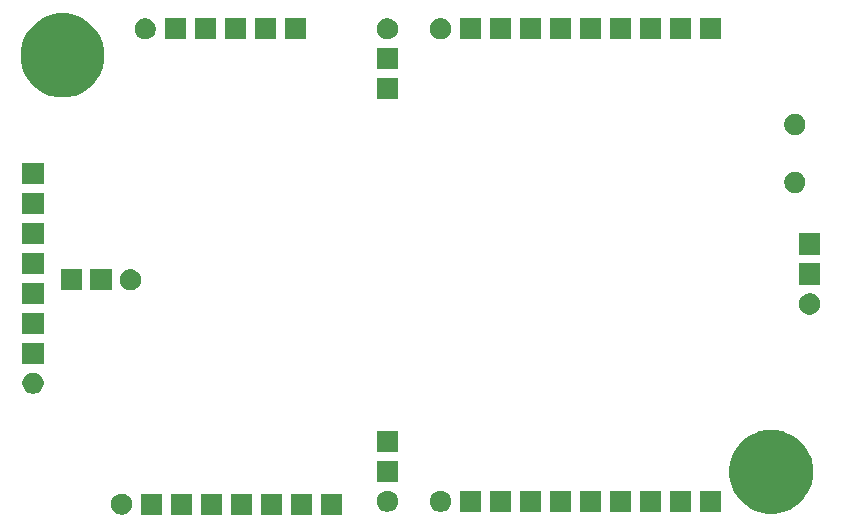
<source format=gbr>
G04 #@! TF.GenerationSoftware,KiCad,Pcbnew,(5.0.0-3-g5ebb6b6)*
G04 #@! TF.CreationDate,2019-02-10T22:36:41+03:00*
G04 #@! TF.ProjectId,mac,6D61632E6B696361645F706362000000,rev?*
G04 #@! TF.SameCoordinates,Original*
G04 #@! TF.FileFunction,Soldermask,Bot*
G04 #@! TF.FilePolarity,Negative*
%FSLAX46Y46*%
G04 Gerber Fmt 4.6, Leading zero omitted, Abs format (unit mm)*
G04 Created by KiCad (PCBNEW (5.0.0-3-g5ebb6b6)) date *
%MOMM*%
%LPD*%
G01*
G04 APERTURE LIST*
%ADD10C,0.100000*%
G04 APERTURE END LIST*
D10*
G36*
X106180000Y-101150000D02*
X104380000Y-101150000D01*
X104380000Y-99350000D01*
X106180000Y-99350000D01*
X106180000Y-101150000D01*
X106180000Y-101150000D01*
G37*
G36*
X103640000Y-101150000D02*
X101840000Y-101150000D01*
X101840000Y-99350000D01*
X103640000Y-99350000D01*
X103640000Y-101150000D01*
X103640000Y-101150000D01*
G37*
G36*
X101100000Y-101150000D02*
X99300000Y-101150000D01*
X99300000Y-99350000D01*
X101100000Y-99350000D01*
X101100000Y-101150000D01*
X101100000Y-101150000D01*
G37*
G36*
X98560000Y-101150000D02*
X96760000Y-101150000D01*
X96760000Y-99350000D01*
X98560000Y-99350000D01*
X98560000Y-101150000D01*
X98560000Y-101150000D01*
G37*
G36*
X96020000Y-101150000D02*
X94220000Y-101150000D01*
X94220000Y-99350000D01*
X96020000Y-99350000D01*
X96020000Y-101150000D01*
X96020000Y-101150000D01*
G37*
G36*
X93480000Y-101150000D02*
X91680000Y-101150000D01*
X91680000Y-99350000D01*
X93480000Y-99350000D01*
X93480000Y-101150000D01*
X93480000Y-101150000D01*
G37*
G36*
X90940000Y-101150000D02*
X89140000Y-101150000D01*
X89140000Y-99350000D01*
X90940000Y-99350000D01*
X90940000Y-101150000D01*
X90940000Y-101150000D01*
G37*
G36*
X87762520Y-99384586D02*
X87762522Y-99384587D01*
X87762523Y-99384587D01*
X87926310Y-99452430D01*
X88073717Y-99550924D01*
X88199076Y-99676283D01*
X88297570Y-99823690D01*
X88365414Y-99987480D01*
X88385536Y-100088642D01*
X88400000Y-100161360D01*
X88400000Y-100338640D01*
X88365413Y-100512523D01*
X88310138Y-100645969D01*
X88297570Y-100676310D01*
X88199076Y-100823717D01*
X88073717Y-100949076D01*
X87926310Y-101047570D01*
X87762523Y-101115413D01*
X87762522Y-101115413D01*
X87762520Y-101115414D01*
X87588642Y-101150000D01*
X87411358Y-101150000D01*
X87237480Y-101115414D01*
X87237478Y-101115413D01*
X87237477Y-101115413D01*
X87073690Y-101047570D01*
X86926283Y-100949076D01*
X86800924Y-100823717D01*
X86702430Y-100676310D01*
X86689862Y-100645969D01*
X86634587Y-100512523D01*
X86600000Y-100338640D01*
X86600000Y-100161360D01*
X86614464Y-100088642D01*
X86634586Y-99987480D01*
X86702430Y-99823690D01*
X86800924Y-99676283D01*
X86926283Y-99550924D01*
X87073690Y-99452430D01*
X87237477Y-99384587D01*
X87237478Y-99384587D01*
X87237480Y-99384586D01*
X87411358Y-99350000D01*
X87588642Y-99350000D01*
X87762520Y-99384586D01*
X87762520Y-99384586D01*
G37*
G36*
X143535497Y-94086424D02*
X143535499Y-94086425D01*
X143535500Y-94086425D01*
X143774153Y-94185279D01*
X144181556Y-94354031D01*
X144762993Y-94742535D01*
X145257465Y-95237007D01*
X145645969Y-95818444D01*
X145913576Y-96464503D01*
X146050000Y-97150356D01*
X146050000Y-97849644D01*
X145913576Y-98535497D01*
X145645969Y-99181556D01*
X145399166Y-99550923D01*
X145257466Y-99762992D01*
X144762992Y-100257466D01*
X144641506Y-100338640D01*
X144181556Y-100645969D01*
X144053342Y-100699077D01*
X143535500Y-100913575D01*
X143535499Y-100913575D01*
X143535497Y-100913576D01*
X142849644Y-101050000D01*
X142150356Y-101050000D01*
X141464503Y-100913576D01*
X141464501Y-100913575D01*
X141464500Y-100913575D01*
X140946658Y-100699077D01*
X140818444Y-100645969D01*
X140358494Y-100338640D01*
X140237008Y-100257466D01*
X139742534Y-99762992D01*
X139600834Y-99550923D01*
X139354031Y-99181556D01*
X139086424Y-98535497D01*
X138950000Y-97849644D01*
X138950000Y-97150356D01*
X139086424Y-96464503D01*
X139354031Y-95818444D01*
X139742535Y-95237007D01*
X140237007Y-94742535D01*
X140818444Y-94354031D01*
X141225847Y-94185279D01*
X141464500Y-94086425D01*
X141464501Y-94086425D01*
X141464503Y-94086424D01*
X142150356Y-93950000D01*
X142849644Y-93950000D01*
X143535497Y-94086424D01*
X143535497Y-94086424D01*
G37*
G36*
X120480000Y-100900000D02*
X118680000Y-100900000D01*
X118680000Y-99100000D01*
X120480000Y-99100000D01*
X120480000Y-100900000D01*
X120480000Y-100900000D01*
G37*
G36*
X117940000Y-100900000D02*
X116140000Y-100900000D01*
X116140000Y-99100000D01*
X117940000Y-99100000D01*
X117940000Y-100900000D01*
X117940000Y-100900000D01*
G37*
G36*
X114762520Y-99134586D02*
X114762522Y-99134587D01*
X114762523Y-99134587D01*
X114875913Y-99181555D01*
X114926310Y-99202430D01*
X115073717Y-99300924D01*
X115199076Y-99426283D01*
X115199077Y-99426285D01*
X115297570Y-99573690D01*
X115340066Y-99676283D01*
X115365414Y-99737480D01*
X115400000Y-99911358D01*
X115400000Y-100088642D01*
X115365414Y-100262520D01*
X115297570Y-100426310D01*
X115199076Y-100573717D01*
X115073717Y-100699076D01*
X114926310Y-100797570D01*
X114762523Y-100865413D01*
X114762522Y-100865413D01*
X114762520Y-100865414D01*
X114588642Y-100900000D01*
X114411358Y-100900000D01*
X114237480Y-100865414D01*
X114237478Y-100865413D01*
X114237477Y-100865413D01*
X114073690Y-100797570D01*
X113926283Y-100699076D01*
X113800924Y-100573717D01*
X113702430Y-100426310D01*
X113634586Y-100262520D01*
X113600000Y-100088642D01*
X113600000Y-99911358D01*
X113634586Y-99737480D01*
X113659935Y-99676283D01*
X113702430Y-99573690D01*
X113800923Y-99426285D01*
X113800924Y-99426283D01*
X113926283Y-99300924D01*
X114073690Y-99202430D01*
X114124087Y-99181555D01*
X114237477Y-99134587D01*
X114237478Y-99134587D01*
X114237480Y-99134586D01*
X114411358Y-99100000D01*
X114588642Y-99100000D01*
X114762520Y-99134586D01*
X114762520Y-99134586D01*
G37*
G36*
X110262520Y-99134586D02*
X110262522Y-99134587D01*
X110262523Y-99134587D01*
X110375913Y-99181555D01*
X110426310Y-99202430D01*
X110573717Y-99300924D01*
X110699076Y-99426283D01*
X110699077Y-99426285D01*
X110797570Y-99573690D01*
X110840066Y-99676283D01*
X110865414Y-99737480D01*
X110900000Y-99911358D01*
X110900000Y-100088642D01*
X110865414Y-100262520D01*
X110797570Y-100426310D01*
X110699076Y-100573717D01*
X110573717Y-100699076D01*
X110426310Y-100797570D01*
X110262523Y-100865413D01*
X110262522Y-100865413D01*
X110262520Y-100865414D01*
X110088642Y-100900000D01*
X109911358Y-100900000D01*
X109737480Y-100865414D01*
X109737478Y-100865413D01*
X109737477Y-100865413D01*
X109573690Y-100797570D01*
X109426283Y-100699076D01*
X109300924Y-100573717D01*
X109202430Y-100426310D01*
X109134586Y-100262520D01*
X109100000Y-100088642D01*
X109100000Y-99911358D01*
X109134586Y-99737480D01*
X109159935Y-99676283D01*
X109202430Y-99573690D01*
X109300923Y-99426285D01*
X109300924Y-99426283D01*
X109426283Y-99300924D01*
X109573690Y-99202430D01*
X109624087Y-99181555D01*
X109737477Y-99134587D01*
X109737478Y-99134587D01*
X109737480Y-99134586D01*
X109911358Y-99100000D01*
X110088642Y-99100000D01*
X110262520Y-99134586D01*
X110262520Y-99134586D01*
G37*
G36*
X138260000Y-100900000D02*
X136460000Y-100900000D01*
X136460000Y-99100000D01*
X138260000Y-99100000D01*
X138260000Y-100900000D01*
X138260000Y-100900000D01*
G37*
G36*
X135720000Y-100900000D02*
X133920000Y-100900000D01*
X133920000Y-99100000D01*
X135720000Y-99100000D01*
X135720000Y-100900000D01*
X135720000Y-100900000D01*
G37*
G36*
X133180000Y-100900000D02*
X131380000Y-100900000D01*
X131380000Y-99100000D01*
X133180000Y-99100000D01*
X133180000Y-100900000D01*
X133180000Y-100900000D01*
G37*
G36*
X130640000Y-100900000D02*
X128840000Y-100900000D01*
X128840000Y-99100000D01*
X130640000Y-99100000D01*
X130640000Y-100900000D01*
X130640000Y-100900000D01*
G37*
G36*
X128100000Y-100900000D02*
X126300000Y-100900000D01*
X126300000Y-99100000D01*
X128100000Y-99100000D01*
X128100000Y-100900000D01*
X128100000Y-100900000D01*
G37*
G36*
X125560000Y-100900000D02*
X123760000Y-100900000D01*
X123760000Y-99100000D01*
X125560000Y-99100000D01*
X125560000Y-100900000D01*
X125560000Y-100900000D01*
G37*
G36*
X123020000Y-100900000D02*
X121220000Y-100900000D01*
X121220000Y-99100000D01*
X123020000Y-99100000D01*
X123020000Y-100900000D01*
X123020000Y-100900000D01*
G37*
G36*
X110900000Y-98360000D02*
X109100000Y-98360000D01*
X109100000Y-96560000D01*
X110900000Y-96560000D01*
X110900000Y-98360000D01*
X110900000Y-98360000D01*
G37*
G36*
X110900000Y-95820000D02*
X109100000Y-95820000D01*
X109100000Y-94020000D01*
X110900000Y-94020000D01*
X110900000Y-95820000D01*
X110900000Y-95820000D01*
G37*
G36*
X80262520Y-89134586D02*
X80262522Y-89134587D01*
X80262523Y-89134587D01*
X80426310Y-89202430D01*
X80573717Y-89300924D01*
X80699076Y-89426283D01*
X80797570Y-89573690D01*
X80865414Y-89737480D01*
X80900000Y-89911358D01*
X80900000Y-90088642D01*
X80865414Y-90262520D01*
X80797570Y-90426310D01*
X80699076Y-90573717D01*
X80573717Y-90699076D01*
X80426310Y-90797570D01*
X80262523Y-90865413D01*
X80262522Y-90865413D01*
X80262520Y-90865414D01*
X80088642Y-90900000D01*
X79911358Y-90900000D01*
X79737480Y-90865414D01*
X79737478Y-90865413D01*
X79737477Y-90865413D01*
X79573690Y-90797570D01*
X79426283Y-90699076D01*
X79300924Y-90573717D01*
X79202430Y-90426310D01*
X79134586Y-90262520D01*
X79100000Y-90088642D01*
X79100000Y-89911358D01*
X79134586Y-89737480D01*
X79202430Y-89573690D01*
X79300924Y-89426283D01*
X79426283Y-89300924D01*
X79573690Y-89202430D01*
X79737477Y-89134587D01*
X79737478Y-89134587D01*
X79737480Y-89134586D01*
X79911358Y-89100000D01*
X80088642Y-89100000D01*
X80262520Y-89134586D01*
X80262520Y-89134586D01*
G37*
G36*
X80900000Y-88360000D02*
X79100000Y-88360000D01*
X79100000Y-86560000D01*
X80900000Y-86560000D01*
X80900000Y-88360000D01*
X80900000Y-88360000D01*
G37*
G36*
X80900000Y-85820000D02*
X79100000Y-85820000D01*
X79100000Y-84020000D01*
X80900000Y-84020000D01*
X80900000Y-85820000D01*
X80900000Y-85820000D01*
G37*
G36*
X146012520Y-82424586D02*
X146012522Y-82424587D01*
X146012523Y-82424587D01*
X146176310Y-82492430D01*
X146323717Y-82590924D01*
X146449076Y-82716283D01*
X146547570Y-82863690D01*
X146615414Y-83027480D01*
X146650000Y-83201358D01*
X146650000Y-83378642D01*
X146615414Y-83552520D01*
X146547570Y-83716310D01*
X146449076Y-83863717D01*
X146323717Y-83989076D01*
X146277436Y-84020000D01*
X146176310Y-84087570D01*
X146012523Y-84155413D01*
X146012522Y-84155413D01*
X146012520Y-84155414D01*
X145838642Y-84190000D01*
X145661358Y-84190000D01*
X145487480Y-84155414D01*
X145487478Y-84155413D01*
X145487477Y-84155413D01*
X145323690Y-84087570D01*
X145222564Y-84020000D01*
X145176283Y-83989076D01*
X145050924Y-83863717D01*
X144952430Y-83716310D01*
X144884586Y-83552520D01*
X144850000Y-83378642D01*
X144850000Y-83201358D01*
X144884586Y-83027480D01*
X144952430Y-82863690D01*
X145050924Y-82716283D01*
X145176283Y-82590924D01*
X145323690Y-82492430D01*
X145487477Y-82424587D01*
X145487478Y-82424587D01*
X145487480Y-82424586D01*
X145661358Y-82390000D01*
X145838642Y-82390000D01*
X146012520Y-82424586D01*
X146012520Y-82424586D01*
G37*
G36*
X80900000Y-83280000D02*
X79100000Y-83280000D01*
X79100000Y-81480000D01*
X80900000Y-81480000D01*
X80900000Y-83280000D01*
X80900000Y-83280000D01*
G37*
G36*
X88512520Y-80384586D02*
X88512522Y-80384587D01*
X88512523Y-80384587D01*
X88676310Y-80452430D01*
X88823717Y-80550924D01*
X88949076Y-80676283D01*
X89047570Y-80823690D01*
X89115414Y-80987480D01*
X89150000Y-81161358D01*
X89150000Y-81338642D01*
X89115414Y-81512520D01*
X89047570Y-81676310D01*
X88949076Y-81823717D01*
X88823717Y-81949076D01*
X88676310Y-82047570D01*
X88512523Y-82115413D01*
X88512522Y-82115413D01*
X88512520Y-82115414D01*
X88338642Y-82150000D01*
X88161358Y-82150000D01*
X87987480Y-82115414D01*
X87987478Y-82115413D01*
X87987477Y-82115413D01*
X87823690Y-82047570D01*
X87676283Y-81949076D01*
X87550924Y-81823717D01*
X87452430Y-81676310D01*
X87384586Y-81512520D01*
X87350000Y-81338642D01*
X87350000Y-81161358D01*
X87384586Y-80987480D01*
X87452430Y-80823690D01*
X87550924Y-80676283D01*
X87676283Y-80550924D01*
X87823690Y-80452430D01*
X87987477Y-80384587D01*
X87987478Y-80384587D01*
X87987480Y-80384586D01*
X88161358Y-80350000D01*
X88338642Y-80350000D01*
X88512520Y-80384586D01*
X88512520Y-80384586D01*
G37*
G36*
X86650000Y-82150000D02*
X84850000Y-82150000D01*
X84850000Y-80350000D01*
X86650000Y-80350000D01*
X86650000Y-82150000D01*
X86650000Y-82150000D01*
G37*
G36*
X84150000Y-82150000D02*
X82350000Y-82150000D01*
X82350000Y-80350000D01*
X84150000Y-80350000D01*
X84150000Y-82150000D01*
X84150000Y-82150000D01*
G37*
G36*
X146650000Y-81650000D02*
X144850000Y-81650000D01*
X144850000Y-79850000D01*
X146650000Y-79850000D01*
X146650000Y-81650000D01*
X146650000Y-81650000D01*
G37*
G36*
X80900000Y-80740000D02*
X79100000Y-80740000D01*
X79100000Y-78940000D01*
X80900000Y-78940000D01*
X80900000Y-80740000D01*
X80900000Y-80740000D01*
G37*
G36*
X146650000Y-79110000D02*
X144850000Y-79110000D01*
X144850000Y-77310000D01*
X146650000Y-77310000D01*
X146650000Y-79110000D01*
X146650000Y-79110000D01*
G37*
G36*
X80900000Y-78200000D02*
X79100000Y-78200000D01*
X79100000Y-76400000D01*
X80900000Y-76400000D01*
X80900000Y-78200000D01*
X80900000Y-78200000D01*
G37*
G36*
X80900000Y-75660000D02*
X79100000Y-75660000D01*
X79100000Y-73860000D01*
X80900000Y-73860000D01*
X80900000Y-75660000D01*
X80900000Y-75660000D01*
G37*
G36*
X144762520Y-72134586D02*
X144762522Y-72134587D01*
X144762523Y-72134587D01*
X144926310Y-72202430D01*
X145073717Y-72300924D01*
X145199076Y-72426283D01*
X145297570Y-72573690D01*
X145365414Y-72737480D01*
X145400000Y-72911358D01*
X145400000Y-73088642D01*
X145365414Y-73262520D01*
X145297570Y-73426310D01*
X145199076Y-73573717D01*
X145073717Y-73699076D01*
X144926310Y-73797570D01*
X144762523Y-73865413D01*
X144762522Y-73865413D01*
X144762520Y-73865414D01*
X144588642Y-73900000D01*
X144411358Y-73900000D01*
X144237480Y-73865414D01*
X144237478Y-73865413D01*
X144237477Y-73865413D01*
X144073690Y-73797570D01*
X143926283Y-73699076D01*
X143800924Y-73573717D01*
X143702430Y-73426310D01*
X143634586Y-73262520D01*
X143600000Y-73088642D01*
X143600000Y-72911358D01*
X143634586Y-72737480D01*
X143702430Y-72573690D01*
X143800924Y-72426283D01*
X143926283Y-72300924D01*
X144073690Y-72202430D01*
X144237477Y-72134587D01*
X144237478Y-72134587D01*
X144237480Y-72134586D01*
X144411358Y-72100000D01*
X144588642Y-72100000D01*
X144762520Y-72134586D01*
X144762520Y-72134586D01*
G37*
G36*
X80900000Y-73120000D02*
X79100000Y-73120000D01*
X79100000Y-71320000D01*
X80900000Y-71320000D01*
X80900000Y-73120000D01*
X80900000Y-73120000D01*
G37*
G36*
X144762520Y-67234586D02*
X144762522Y-67234587D01*
X144762523Y-67234587D01*
X144926310Y-67302430D01*
X145073717Y-67400924D01*
X145199076Y-67526283D01*
X145297570Y-67673690D01*
X145365414Y-67837480D01*
X145400000Y-68011358D01*
X145400000Y-68188642D01*
X145365414Y-68362520D01*
X145297570Y-68526310D01*
X145199076Y-68673717D01*
X145073717Y-68799076D01*
X144926310Y-68897570D01*
X144762523Y-68965413D01*
X144762522Y-68965413D01*
X144762520Y-68965414D01*
X144588642Y-69000000D01*
X144411358Y-69000000D01*
X144237480Y-68965414D01*
X144237478Y-68965413D01*
X144237477Y-68965413D01*
X144073690Y-68897570D01*
X143926283Y-68799076D01*
X143800924Y-68673717D01*
X143702430Y-68526310D01*
X143634586Y-68362520D01*
X143600000Y-68188642D01*
X143600000Y-68011358D01*
X143634586Y-67837480D01*
X143702430Y-67673690D01*
X143800924Y-67526283D01*
X143926283Y-67400924D01*
X144073690Y-67302430D01*
X144237477Y-67234587D01*
X144237478Y-67234587D01*
X144237480Y-67234586D01*
X144411358Y-67200000D01*
X144588642Y-67200000D01*
X144762520Y-67234586D01*
X144762520Y-67234586D01*
G37*
G36*
X110900000Y-65980000D02*
X109100000Y-65980000D01*
X109100000Y-64180000D01*
X110900000Y-64180000D01*
X110900000Y-65980000D01*
X110900000Y-65980000D01*
G37*
G36*
X83535497Y-58836424D02*
X83535499Y-58836425D01*
X83535500Y-58836425D01*
X83774153Y-58935279D01*
X84181556Y-59104031D01*
X84476227Y-59300924D01*
X84762992Y-59492534D01*
X85257466Y-59987008D01*
X85386379Y-60179941D01*
X85645969Y-60568444D01*
X85913576Y-61214503D01*
X86050000Y-61900356D01*
X86050000Y-62599644D01*
X85913576Y-63285497D01*
X85645969Y-63931556D01*
X85257465Y-64512993D01*
X84762993Y-65007465D01*
X84181556Y-65395969D01*
X83774153Y-65564721D01*
X83535500Y-65663575D01*
X83535499Y-65663575D01*
X83535497Y-65663576D01*
X82849644Y-65800000D01*
X82150356Y-65800000D01*
X81464503Y-65663576D01*
X81464501Y-65663575D01*
X81464500Y-65663575D01*
X81225847Y-65564721D01*
X80818444Y-65395969D01*
X80237007Y-65007465D01*
X79742535Y-64512993D01*
X79354031Y-63931556D01*
X79086424Y-63285497D01*
X78950000Y-62599644D01*
X78950000Y-61900356D01*
X79086424Y-61214503D01*
X79354031Y-60568444D01*
X79613621Y-60179941D01*
X79742534Y-59987008D01*
X80237008Y-59492534D01*
X80523773Y-59300924D01*
X80818444Y-59104031D01*
X81225847Y-58935279D01*
X81464500Y-58836425D01*
X81464501Y-58836425D01*
X81464503Y-58836424D01*
X82150356Y-58700000D01*
X82849644Y-58700000D01*
X83535497Y-58836424D01*
X83535497Y-58836424D01*
G37*
G36*
X110900000Y-63440000D02*
X109100000Y-63440000D01*
X109100000Y-61640000D01*
X110900000Y-61640000D01*
X110900000Y-63440000D01*
X110900000Y-63440000D01*
G37*
G36*
X128100000Y-60900000D02*
X126300000Y-60900000D01*
X126300000Y-59100000D01*
X128100000Y-59100000D01*
X128100000Y-60900000D01*
X128100000Y-60900000D01*
G37*
G36*
X103100000Y-60900000D02*
X101300000Y-60900000D01*
X101300000Y-59100000D01*
X103100000Y-59100000D01*
X103100000Y-60900000D01*
X103100000Y-60900000D01*
G37*
G36*
X100560000Y-60900000D02*
X98760000Y-60900000D01*
X98760000Y-59100000D01*
X100560000Y-59100000D01*
X100560000Y-60900000D01*
X100560000Y-60900000D01*
G37*
G36*
X98020000Y-60900000D02*
X96220000Y-60900000D01*
X96220000Y-59100000D01*
X98020000Y-59100000D01*
X98020000Y-60900000D01*
X98020000Y-60900000D01*
G37*
G36*
X95480000Y-60900000D02*
X93680000Y-60900000D01*
X93680000Y-59100000D01*
X95480000Y-59100000D01*
X95480000Y-60900000D01*
X95480000Y-60900000D01*
G37*
G36*
X92940000Y-60900000D02*
X91140000Y-60900000D01*
X91140000Y-59100000D01*
X92940000Y-59100000D01*
X92940000Y-60900000D01*
X92940000Y-60900000D01*
G37*
G36*
X89762520Y-59134586D02*
X89762522Y-59134587D01*
X89762523Y-59134587D01*
X89926310Y-59202430D01*
X90073717Y-59300924D01*
X90199076Y-59426283D01*
X90297570Y-59573690D01*
X90365414Y-59737480D01*
X90400000Y-59911358D01*
X90400000Y-60088642D01*
X90365414Y-60262520D01*
X90297570Y-60426310D01*
X90199076Y-60573717D01*
X90073717Y-60699076D01*
X89926310Y-60797570D01*
X89762523Y-60865413D01*
X89762522Y-60865413D01*
X89762520Y-60865414D01*
X89588642Y-60900000D01*
X89411358Y-60900000D01*
X89237480Y-60865414D01*
X89237478Y-60865413D01*
X89237477Y-60865413D01*
X89073690Y-60797570D01*
X88926283Y-60699076D01*
X88800924Y-60573717D01*
X88702430Y-60426310D01*
X88634586Y-60262520D01*
X88600000Y-60088642D01*
X88600000Y-59911358D01*
X88634586Y-59737480D01*
X88702430Y-59573690D01*
X88800924Y-59426283D01*
X88926283Y-59300924D01*
X89073690Y-59202430D01*
X89237477Y-59134587D01*
X89237478Y-59134587D01*
X89237480Y-59134586D01*
X89411358Y-59100000D01*
X89588642Y-59100000D01*
X89762520Y-59134586D01*
X89762520Y-59134586D01*
G37*
G36*
X130640000Y-60900000D02*
X128840000Y-60900000D01*
X128840000Y-59100000D01*
X130640000Y-59100000D01*
X130640000Y-60900000D01*
X130640000Y-60900000D01*
G37*
G36*
X135720000Y-60900000D02*
X133920000Y-60900000D01*
X133920000Y-59100000D01*
X135720000Y-59100000D01*
X135720000Y-60900000D01*
X135720000Y-60900000D01*
G37*
G36*
X133180000Y-60900000D02*
X131380000Y-60900000D01*
X131380000Y-59100000D01*
X133180000Y-59100000D01*
X133180000Y-60900000D01*
X133180000Y-60900000D01*
G37*
G36*
X110262520Y-59134586D02*
X110262522Y-59134587D01*
X110262523Y-59134587D01*
X110426310Y-59202430D01*
X110573717Y-59300924D01*
X110699076Y-59426283D01*
X110797570Y-59573690D01*
X110865414Y-59737480D01*
X110900000Y-59911358D01*
X110900000Y-60088642D01*
X110865414Y-60262520D01*
X110797570Y-60426310D01*
X110699076Y-60573717D01*
X110573717Y-60699076D01*
X110426310Y-60797570D01*
X110262523Y-60865413D01*
X110262522Y-60865413D01*
X110262520Y-60865414D01*
X110088642Y-60900000D01*
X109911358Y-60900000D01*
X109737480Y-60865414D01*
X109737478Y-60865413D01*
X109737477Y-60865413D01*
X109573690Y-60797570D01*
X109426283Y-60699076D01*
X109300924Y-60573717D01*
X109202430Y-60426310D01*
X109134586Y-60262520D01*
X109100000Y-60088642D01*
X109100000Y-59911358D01*
X109134586Y-59737480D01*
X109202430Y-59573690D01*
X109300924Y-59426283D01*
X109426283Y-59300924D01*
X109573690Y-59202430D01*
X109737477Y-59134587D01*
X109737478Y-59134587D01*
X109737480Y-59134586D01*
X109911358Y-59100000D01*
X110088642Y-59100000D01*
X110262520Y-59134586D01*
X110262520Y-59134586D01*
G37*
G36*
X114762520Y-59134586D02*
X114762522Y-59134587D01*
X114762523Y-59134587D01*
X114926310Y-59202430D01*
X115073717Y-59300924D01*
X115199076Y-59426283D01*
X115297570Y-59573690D01*
X115365414Y-59737480D01*
X115400000Y-59911358D01*
X115400000Y-60088642D01*
X115365414Y-60262520D01*
X115297570Y-60426310D01*
X115199076Y-60573717D01*
X115073717Y-60699076D01*
X114926310Y-60797570D01*
X114762523Y-60865413D01*
X114762522Y-60865413D01*
X114762520Y-60865414D01*
X114588642Y-60900000D01*
X114411358Y-60900000D01*
X114237480Y-60865414D01*
X114237478Y-60865413D01*
X114237477Y-60865413D01*
X114073690Y-60797570D01*
X113926283Y-60699076D01*
X113800924Y-60573717D01*
X113702430Y-60426310D01*
X113634586Y-60262520D01*
X113600000Y-60088642D01*
X113600000Y-59911358D01*
X113634586Y-59737480D01*
X113702430Y-59573690D01*
X113800924Y-59426283D01*
X113926283Y-59300924D01*
X114073690Y-59202430D01*
X114237477Y-59134587D01*
X114237478Y-59134587D01*
X114237480Y-59134586D01*
X114411358Y-59100000D01*
X114588642Y-59100000D01*
X114762520Y-59134586D01*
X114762520Y-59134586D01*
G37*
G36*
X117940000Y-60900000D02*
X116140000Y-60900000D01*
X116140000Y-59100000D01*
X117940000Y-59100000D01*
X117940000Y-60900000D01*
X117940000Y-60900000D01*
G37*
G36*
X120480000Y-60900000D02*
X118680000Y-60900000D01*
X118680000Y-59100000D01*
X120480000Y-59100000D01*
X120480000Y-60900000D01*
X120480000Y-60900000D01*
G37*
G36*
X123020000Y-60900000D02*
X121220000Y-60900000D01*
X121220000Y-59100000D01*
X123020000Y-59100000D01*
X123020000Y-60900000D01*
X123020000Y-60900000D01*
G37*
G36*
X125560000Y-60900000D02*
X123760000Y-60900000D01*
X123760000Y-59100000D01*
X125560000Y-59100000D01*
X125560000Y-60900000D01*
X125560000Y-60900000D01*
G37*
G36*
X138260000Y-60900000D02*
X136460000Y-60900000D01*
X136460000Y-59100000D01*
X138260000Y-59100000D01*
X138260000Y-60900000D01*
X138260000Y-60900000D01*
G37*
M02*

</source>
